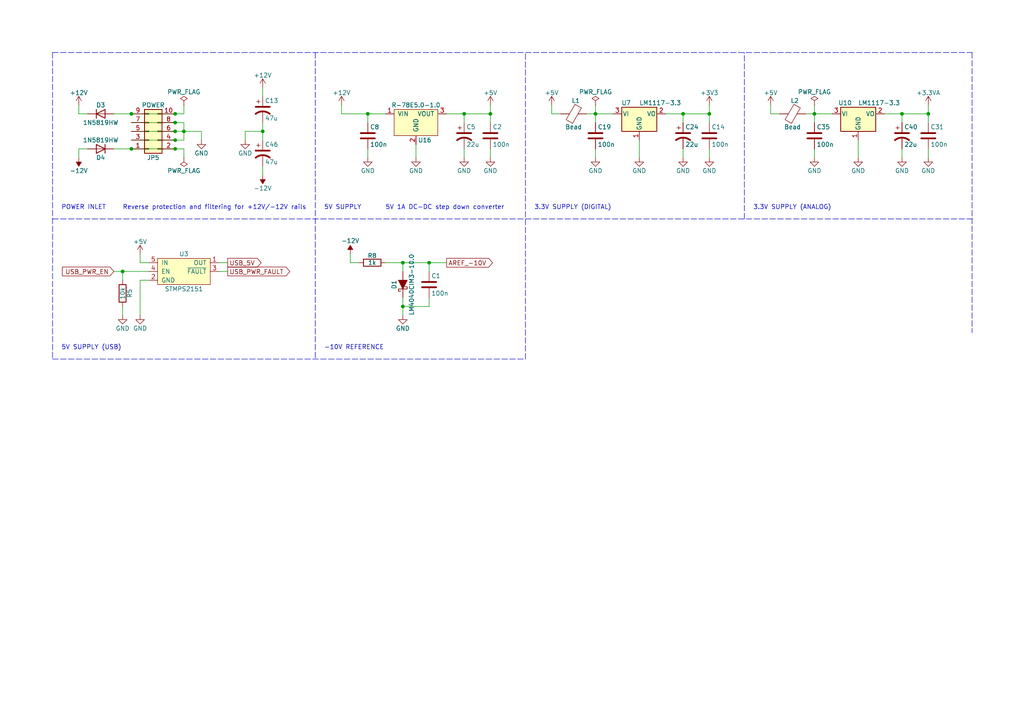
<source format=kicad_sch>
(kicad_sch (version 20211123) (generator eeschema)
  (paper "A4")
  (title_block (title "PER|FORMER eurorack sequencer") (date "2018-10-09") (rev "1.1") (company "westlicht") (comment 1 "cc-by-nc-sa"))
  (lib_symbols
    (symbol "Connector_Generic:Conn_02x05_Odd_Even" (pin_names (offset 1.016) hide)
      (property "Reference" "J" (at 1.27 7.62 0))
      (property "Value" "Conn_02x05_Odd_Even" (at 1.27 -7.62 0))
      (symbol "Conn_02x05_Odd_Even_1_1"
        (rectangle (start -1.27 -4.953) (end 0 -5.207) (stroke (width 0.1524)))
        (rectangle (start -1.27 -2.413) (end 0 -2.667) (stroke (width 0.1524)))
        (rectangle (start -1.27 0.127) (end 0 -0.127) (stroke (width 0.1524)))
        (rectangle (start -1.27 2.667) (end 0 2.413) (stroke (width 0.1524)))
        (rectangle (start -1.27 5.207) (end 0 4.953) (stroke (width 0.1524)))
        (rectangle (start -1.27 6.35) (end 3.81 -6.35) (stroke (width 0.254)) (fill (type background)))
        (rectangle (start 3.81 -4.953) (end 2.54 -5.207) (stroke (width 0.1524)))
        (rectangle (start 3.81 -2.413) (end 2.54 -2.667) (stroke (width 0.1524)))
        (rectangle (start 3.81 0.127) (end 2.54 -0.127) (stroke (width 0.1524)))
        (rectangle (start 3.81 2.667) (end 2.54 2.413) (stroke (width 0.1524)))
        (rectangle (start 3.81 5.207) (end 2.54 4.953) (stroke (width 0.1524)))
        (pin passive line (at -5.08 5.08 0) (length 3.81) (name "Pin_1") (number "1"))
        (pin passive line (at 7.62 -5.08 180) (length 3.81) (name "Pin_10") (number "10"))
        (pin passive line (at 7.62 5.08 180) (length 3.81) (name "Pin_2") (number "2"))
        (pin passive line (at -5.08 2.54 0) (length 3.81) (name "Pin_3") (number "3"))
        (pin passive line (at 7.62 2.54 180) (length 3.81) (name "Pin_4") (number "4"))
        (pin passive line (at -5.08 0 0) (length 3.81) (name "Pin_5") (number "5"))
        (pin passive line (at 7.62 0 180) (length 3.81) (name "Pin_6") (number "6"))
        (pin passive line (at -5.08 -2.54 0) (length 3.81) (name "Pin_7") (number "7"))
        (pin passive line (at 7.62 -2.54 180) (length 3.81) (name "Pin_8") (number "8"))
        (pin passive line (at -5.08 -5.08 0) (length 3.81) (name "Pin_9") (number "9"))
      )
    )
    (symbol "Device:C" (pin_numbers hide) (pin_names (offset 0.254))
      (property "Reference" "C" (at 0.635 2.54 0))
      (property "Value" "C" (at 0.635 -2.54 0))
      (symbol "C_0_1"
        (polyline (pts (xy -2.032 -0.762) (xy 2.032 -0.762)) (stroke (width 0.508)))
        (polyline (pts (xy -2.032 0.762) (xy 2.032 0.762)) (stroke (width 0.508)))
      )
      (symbol "C_1_1"
        (pin passive line (at 0 3.81 270) (length 2.794) (name "~") (number "1"))
        (pin passive line (at 0 -3.81 90) (length 2.794) (name "~") (number "2"))
      )
    )
    (symbol "Device:CP1" (pin_numbers hide) (pin_names (offset 0.254) hide)
      (property "Reference" "C" (at 0.635 2.54 0))
      (property "Value" "Device_CP1" (at 0.635 -2.54 0))
      (symbol "CP1_0_1"
        (polyline (pts (xy -2.032 0.762) (xy 2.032 0.762)) (stroke (width 0.508)))
        (polyline (pts (xy -1.778 2.286) (xy -0.762 2.286)))
        (polyline (pts (xy -1.27 1.778) (xy -1.27 2.794)))
        (arc (start 2.032 -1.27) (mid 0 -0.5572) (end -2.032 -1.27) (stroke (width 0.508)))
      )
      (symbol "CP1_1_1"
        (pin passive line (at 0 3.81 270) (length 2.794) (name "~") (number "1"))
        (pin passive line (at 0 -3.81 90) (length 3.302) (name "~") (number "2"))
      )
    )
    (symbol "Device:D" (pin_numbers hide) (pin_names (offset 1.016) hide)
      (property "Reference" "D" (at 0 2.54 0))
      (property "Value" "D" (at 0 -2.54 0))
      (symbol "D_0_1"
        (polyline (pts (xy -1.27 1.27) (xy -1.27 -1.27)) (stroke (width 0.254)))
        (polyline (pts (xy 1.27 0) (xy -1.27 0)))
        (polyline (pts (xy 1.27 1.27) (xy 1.27 -1.27) (xy -1.27 0) (xy 1.27 1.27)) (stroke (width 0.254)))
      )
      (symbol "D_1_1"
        (pin passive line (at -3.81 0 0) (length 2.54) (name "K") (number "1"))
        (pin passive line (at 3.81 0 180) (length 2.54) (name "A") (number "2"))
      )
    )
    (symbol "Device:D_Schottky_ALT" (pin_numbers hide) (pin_names (offset 1.016) hide)
      (property "Reference" "D" (at 0 2.54 0))
      (property "Value" "Device_D_Schottky_ALT" (at 0 -2.54 0))
      (symbol "D_Schottky_ALT_0_1"
        (polyline (pts (xy 1.27 0) (xy -1.27 0)))
        (polyline (pts (xy 1.27 1.27) (xy 1.27 -1.27) (xy -1.27 0) (xy 1.27 1.27)) (stroke (width 0.2032)) (fill (type outline)))
        (polyline (pts (xy -1.905 0.635) (xy -1.905 1.27) (xy -1.27 1.27) (xy -1.27 -1.27) (xy -0.635 -1.27) (xy -0.635 -0.635)) (stroke (width 0.2032)))
      )
      (symbol "D_Schottky_ALT_1_1"
        (pin passive line (at -3.81 0 0) (length 2.54) (name "K") (number "1"))
        (pin passive line (at 3.81 0 180) (length 2.54) (name "A") (number "2"))
      )
    )
    (symbol "Device:Ferrite_Bead" (pin_numbers hide) (pin_names (offset 0))
      (property "Reference" "FB" (at -3.81 0.635 90))
      (property "Value" "Device_Ferrite_Bead" (at 3.81 0 90))
      (symbol "Ferrite_Bead_0_1"
        (polyline (pts (xy 0 -1.27) (xy 0 -1.2192)))
        (polyline (pts (xy 0 1.27) (xy 0 1.2954)))
        (polyline (pts (xy -2.7686 0.4064) (xy -1.7018 2.2606) (xy 2.7686 -0.3048) (xy 1.6764 -2.159) (xy -2.7686 0.4064)))
      )
      (symbol "Ferrite_Bead_1_1"
        (pin passive line (at 0 3.81 270) (length 2.54) (name "~") (number "1"))
        (pin passive line (at 0 -3.81 90) (length 2.54) (name "~") (number "2"))
      )
    )
    (symbol "Device:R" (pin_numbers hide) (pin_names (offset 0))
      (property "Reference" "R" (at 2.032 0 90))
      (property "Value" "R" (at 0 0 90))
      (symbol "R_0_1"
        (rectangle (start -1.016 -2.54) (end 1.016 2.54) (stroke (width 0.254)))
      )
      (symbol "R_1_1"
        (pin passive line (at 0 3.81 270) (length 1.27) (name "~") (number "1"))
        (pin passive line (at 0 -3.81 90) (length 1.27) (name "~") (number "2"))
      )
    )
    (symbol "Regulator_Linear:LM1117-3.3" (pin_names (offset 0.254))
      (property "Reference" "U" (at -3.81 3.175 0))
      (property "Value" "LM1117-3.3" (at 0 3.175 0))
      (symbol "LM1117-3.3_0_1"
        (rectangle (start -5.08 -5.08) (end 5.08 1.905) (stroke (width 0.254)) (fill (type background)))
      )
      (symbol "LM1117-3.3_1_1"
        (pin power_in line (at 0 -7.62 90) (length 2.54) (name "GND") (number "1"))
        (pin power_out line (at 7.62 0 180) (length 2.54) (name "VO") (number "2"))
        (pin power_in line (at -7.62 0 0) (length 2.54) (name "VI") (number "3"))
      )
    )
    (symbol "power:+12V" (power) (pin_names (offset 0))
      (property "Value" "+12V" (at 0 3.556 0))
      (symbol "+12V_0_1"
        (polyline (pts (xy -0.762 1.27) (xy 0 2.54)))
        (polyline (pts (xy 0 0) (xy 0 2.54)))
        (polyline (pts (xy 0 2.54) (xy 0.762 1.27)))
      )
      (symbol "+12V_1_1"
        (pin power_in line (at 0 0 90) (length 0) hide (name "+12V") (number "1"))
      )
    )
    (symbol "power:+3.3VA" (power) (pin_names (offset 0))
      (property "Value" "+3.3VA" (at 0 3.556 0))
      (symbol "+3.3VA_0_1"
        (polyline (pts (xy -0.762 1.27) (xy 0 2.54)))
        (polyline (pts (xy 0 0) (xy 0 2.54)))
        (polyline (pts (xy 0 2.54) (xy 0.762 1.27)))
      )
      (symbol "+3.3VA_1_1"
        (pin power_in line (at 0 0 90) (length 0) hide (name "+3.3VA") (number "1"))
      )
    )
    (symbol "power:+3V3" (power) (pin_names (offset 0))
      (property "Value" "+3V3" (at 0 3.556 0))
      (symbol "+3V3_0_1"
        (polyline (pts (xy -0.762 1.27) (xy 0 2.54)))
        (polyline (pts (xy 0 0) (xy 0 2.54)))
        (polyline (pts (xy 0 2.54) (xy 0.762 1.27)))
      )
      (symbol "+3V3_1_1"
        (pin power_in line (at 0 0 90) (length 0) hide (name "+3V3") (number "1"))
      )
    )
    (symbol "power:+5V" (power) (pin_names (offset 0))
      (property "Value" "+5V" (at 0 3.556 0))
      (symbol "+5V_0_1"
        (polyline (pts (xy -0.762 1.27) (xy 0 2.54)))
        (polyline (pts (xy 0 0) (xy 0 2.54)))
        (polyline (pts (xy 0 2.54) (xy 0.762 1.27)))
      )
      (symbol "+5V_1_1"
        (pin power_in line (at 0 0 90) (length 0) hide (name "+5V") (number "1"))
      )
    )
    (symbol "power:-12V" (power) (pin_names (offset 0))
      (property "Value" "-12V" (at 0 3.81 0))
      (symbol "-12V_0_0"
        (pin power_in line (at 0 0 90) (length 0) hide (name "-12V") (number "1"))
      )
      (symbol "-12V_0_1"
        (polyline (pts (xy 0 0) (xy 0 1.27) (xy 0.762 1.27) (xy 0 2.54) (xy -0.762 1.27) (xy 0 1.27)) (fill (type outline)))
      )
    )
    (symbol "power:GND" (power) (pin_names (offset 0))
      (property "Value" "GND" (at 0 -3.81 0))
      (symbol "GND_0_1"
        (polyline (pts (xy 0 0) (xy 0 -1.27) (xy 1.27 -1.27) (xy 0 -2.54) (xy -1.27 -1.27) (xy 0 -1.27)))
      )
      (symbol "GND_1_1"
        (pin power_in line (at 0 0 270) (length 0) hide (name "GND") (number "1"))
      )
    )
    (symbol "power:PWR_FLAG" (power) (pin_numbers hide) (pin_names (offset 0) hide)
      (property "Value" "PWR_FLAG" (at 0 3.81 0))
      (symbol "PWR_FLAG_0_0"
        (pin power_out line (at 0 0 90) (length 0) (name "pwr") (number "1"))
      )
      (symbol "PWR_FLAG_0_1"
        (polyline (pts (xy 0 0) (xy 0 1.27) (xy -1.016 1.905) (xy 0 2.54) (xy 1.016 1.905) (xy 0 1.27)))
      )
    )
    (symbol "w_power:R-78E-1.0" (pin_names (offset 1.016))
      (property "Reference" "U" (at 2.54 -5.08 0))
      (property "Value" "w_power_R-78E-1.0" (at 0 5.08 0))
      (symbol "R-78E-1.0_0_1"
        (rectangle (start -6.35 -3.81) (end 6.35 3.81) (fill (type background)))
      )
      (symbol "R-78E-1.0_1_1"
        (pin power_in line (at -8.89 2.54 0) (length 2.54) (name "VIN") (number "1"))
        (pin power_in line (at 0 -6.35 90) (length 2.54) (name "GND") (number "2"))
        (pin power_out line (at 8.89 2.54 180) (length 2.54) (name "VOUT") (number "3"))
      )
    )
    (symbol "w_power:STMPS2141" (pin_names (offset 1.016))
      (property "Reference" "U" (at 0 5.08 0))
      (property "Value" "w_power_STMPS2141" (at 0 -5.08 0))
      (symbol "STMPS2141_0_1"
        (rectangle (start -7.62 -3.81) (end 7.62 3.81) (fill (type background)))
      )
      (symbol "STMPS2141_1_1"
        (pin power_out line (at 10.16 2.54 180) (length 2.54) (name "OUT") (number "1"))
        (pin power_in line (at -10.16 -2.54 0) (length 2.54) (name "GND") (number "2"))
        (pin output line (at 10.16 0 180) (length 2.54) (name "~{FAULT}") (number "3"))
        (pin input line (at -10.16 0 0) (length 2.54) (name "EN") (number "4"))
        (pin power_in line (at -10.16 2.54 0) (length 2.54) (name "IN") (number "5"))
      )
    )
  )
  (junction (at 116.84 76.2))
  (junction (at 38.1 33.02))
  (junction (at 261.62 33.02))
  (junction (at 205.74 33.02))
  (junction (at 116.84 88.9))
  (junction (at 269.24 33.02))
  (junction (at 106.68 33.02))
  (junction (at 50.8 33.02))
  (junction (at 76.2 38.1))
  (junction (at 236.22 33.02))
  (junction (at 198.12 33.02))
  (junction (at 50.8 40.64))
  (junction (at 50.8 35.56))
  (junction (at 35.56 78.74))
  (junction (at 142.24 33.02))
  (junction (at 53.34 38.1))
  (junction (at 124.46 76.2))
  (junction (at 50.8 38.1))
  (junction (at 50.8 43.18))
  (junction (at 134.62 33.02))
  (junction (at 172.72 33.02))
  (junction (at 38.1 43.18))
  (wire (pts (xy 40.64 91.44) (xy 40.64 81.28)))
  (wire (pts (xy 76.2 25.4) (xy 76.2 27.94)))
  (wire (pts (xy 22.86 33.02) (xy 22.86 30.48)))
  (wire (pts (xy 160.02 33.02) (xy 162.56 33.02)))
  (wire (pts (xy 160.02 30.48) (xy 160.02 33.02)))
  (wire (pts (xy 38.1 38.1) (xy 50.8 38.1)))
  (wire (pts (xy 71.12 38.1) (xy 76.2 38.1)))
  (wire (pts (xy 236.22 33.02) (xy 236.22 35.56)))
  (polyline (pts (xy 15.24 15.24) (xy 281.94 15.24)))
  (wire (pts (xy 170.18 33.02) (xy 172.72 33.02)))
  (wire (pts (xy 53.34 38.1) (xy 53.34 40.64)))
  (wire (pts (xy 53.34 40.64) (xy 50.8 40.64)))
  (wire (pts (xy 269.24 33.02) (xy 269.24 35.56)))
  (wire (pts (xy 198.12 33.02) (xy 205.74 33.02)))
  (wire (pts (xy 142.24 30.48) (xy 142.24 33.02)))
  (wire (pts (xy 172.72 33.02) (xy 172.72 35.56)))
  (polyline (pts (xy 215.9 63.5) (xy 215.9 15.24)))
  (wire (pts (xy 76.2 35.56) (xy 76.2 38.1)))
  (wire (pts (xy 50.8 35.56) (xy 53.34 35.56)))
  (wire (pts (xy 269.24 30.48) (xy 269.24 33.02)))
  (wire (pts (xy 25.4 43.18) (xy 22.86 43.18)))
  (wire (pts (xy 236.22 30.48) (xy 236.22 33.02)))
  (wire (pts (xy 124.46 76.2) (xy 124.46 78.74)))
  (wire (pts (xy 101.6 73.66) (xy 101.6 76.2)))
  (polyline (pts (xy 281.94 15.24) (xy 281.94 96.52)))
  (wire (pts (xy 43.18 76.2) (xy 40.64 76.2)))
  (wire (pts (xy 172.72 43.18) (xy 172.72 45.72)))
  (wire (pts (xy 33.02 43.18) (xy 38.1 43.18)))
  (polyline (pts (xy 15.24 104.14) (xy 152.4 104.14)))
  (polyline (pts (xy 15.24 63.5) (xy 281.94 63.5)))
  (wire (pts (xy 33.02 33.02) (xy 38.1 33.02)))
  (wire (pts (xy 256.54 33.02) (xy 261.62 33.02)))
  (wire (pts (xy 124.46 76.2) (xy 129.54 76.2)))
  (wire (pts (xy 76.2 38.1) (xy 76.2 40.64)))
  (wire (pts (xy 124.46 86.36) (xy 124.46 88.9)))
  (wire (pts (xy 134.62 33.02) (xy 134.62 35.56)))
  (wire (pts (xy 53.34 38.1) (xy 58.42 38.1)))
  (wire (pts (xy 193.04 33.02) (xy 198.12 33.02)))
  (wire (pts (xy 116.84 88.9) (xy 116.84 91.44)))
  (wire (pts (xy 50.8 43.18) (xy 53.34 43.18)))
  (wire (pts (xy 120.65 41.91) (xy 120.65 45.72)))
  (wire (pts (xy 236.22 43.18) (xy 236.22 45.72)))
  (wire (pts (xy 106.68 33.02) (xy 106.68 35.56)))
  (wire (pts (xy 53.34 33.02) (xy 53.34 30.48)))
  (wire (pts (xy 198.12 33.02) (xy 198.12 35.56)))
  (wire (pts (xy 129.54 33.02) (xy 134.62 33.02)))
  (wire (pts (xy 185.42 40.64) (xy 185.42 45.72)))
  (wire (pts (xy 71.12 40.64) (xy 71.12 38.1)))
  (wire (pts (xy 116.84 76.2) (xy 124.46 76.2)))
  (wire (pts (xy 38.1 43.18) (xy 50.8 43.18)))
  (wire (pts (xy 99.06 33.02) (xy 106.68 33.02)))
  (wire (pts (xy 50.8 38.1) (xy 53.34 38.1)))
  (wire (pts (xy 248.92 40.64) (xy 248.92 45.72)))
  (wire (pts (xy 101.6 76.2) (xy 104.14 76.2)))
  (wire (pts (xy 35.56 78.74) (xy 35.56 81.28)))
  (wire (pts (xy 53.34 43.18) (xy 53.34 45.72)))
  (wire (pts (xy 198.12 43.18) (xy 198.12 45.72)))
  (wire (pts (xy 63.5 78.74) (xy 66.04 78.74)))
  (wire (pts (xy 205.74 33.02) (xy 205.74 35.56)))
  (wire (pts (xy 40.64 76.2) (xy 40.64 73.66)))
  (wire (pts (xy 205.74 43.18) (xy 205.74 45.72)))
  (wire (pts (xy 40.64 81.28) (xy 43.18 81.28)))
  (wire (pts (xy 233.68 33.02) (xy 236.22 33.02)))
  (wire (pts (xy 99.06 30.48) (xy 99.06 33.02)))
  (wire (pts (xy 142.24 43.18) (xy 142.24 45.72)))
  (polyline (pts (xy 15.24 15.24) (xy 15.24 104.14)))
  (wire (pts (xy 22.86 43.18) (xy 22.86 45.72)))
  (wire (pts (xy 261.62 33.02) (xy 261.62 35.56)))
  (wire (pts (xy 116.84 76.2) (xy 116.84 78.74)))
  (wire (pts (xy 76.2 48.26) (xy 76.2 50.8)))
  (wire (pts (xy 38.1 33.02) (xy 50.8 33.02)))
  (wire (pts (xy 35.56 88.9) (xy 35.56 91.44)))
  (wire (pts (xy 111.76 76.2) (xy 116.84 76.2)))
  (wire (pts (xy 106.68 33.02) (xy 111.76 33.02)))
  (wire (pts (xy 58.42 38.1) (xy 58.42 40.64)))
  (polyline (pts (xy 91.44 15.24) (xy 91.44 104.14)))
  (wire (pts (xy 236.22 33.02) (xy 241.3 33.02)))
  (wire (pts (xy 223.52 33.02) (xy 226.06 33.02)))
  (wire (pts (xy 205.74 30.48) (xy 205.74 33.02)))
  (wire (pts (xy 261.62 33.02) (xy 269.24 33.02)))
  (wire (pts (xy 124.46 88.9) (xy 116.84 88.9)))
  (wire (pts (xy 50.8 40.64) (xy 38.1 40.64)))
  (wire (pts (xy 38.1 35.56) (xy 50.8 35.56)))
  (polyline (pts (xy 152.4 104.14) (xy 152.4 15.24)))
  (wire (pts (xy 25.4 33.02) (xy 22.86 33.02)))
  (wire (pts (xy 33.02 78.74) (xy 35.56 78.74)))
  (wire (pts (xy 53.34 35.56) (xy 53.34 38.1)))
  (wire (pts (xy 106.68 43.18) (xy 106.68 45.72)))
  (wire (pts (xy 116.84 86.36) (xy 116.84 88.9)))
  (wire (pts (xy 134.62 33.02) (xy 142.24 33.02)))
  (wire (pts (xy 172.72 33.02) (xy 177.8 33.02)))
  (wire (pts (xy 142.24 33.02) (xy 142.24 35.56)))
  (wire (pts (xy 63.5 76.2) (xy 66.04 76.2)))
  (wire (pts (xy 134.62 43.18) (xy 134.62 45.72)))
  (wire (pts (xy 223.52 30.48) (xy 223.52 33.02)))
  (wire (pts (xy 261.62 43.18) (xy 261.62 45.72)))
  (wire (pts (xy 50.8 33.02) (xy 53.34 33.02)))
  (wire (pts (xy 35.56 78.74) (xy 43.18 78.74)))
  (wire (pts (xy 269.24 43.18) (xy 269.24 45.72)))
  (wire (pts (xy 172.72 30.48) (xy 172.72 33.02)))
  (text "5V SUPPLY (USB)" (at 17.78 101.6 0) (effects (font (size 1.2954 1.2954)) (justify left bottom)))
  (text "5V SUPPLY" (at 93.98 60.96 0) (effects (font (size 1.2954 1.2954)) (justify left bottom)))
  (text "POWER INLET" (at 17.78 60.96 0) (effects (font (size 1.2954 1.2954)) (justify left bottom)))
  (text "3.3V SUPPLY (ANALOG)" (at 218.44 60.96 0) (effects (font (size 1.2954 1.2954)) (justify left bottom)))
  (text "-10V REFERENCE" (at 93.98 101.6 0) (effects (font (size 1.2954 1.2954)) (justify left bottom)))
  (text "5V 1A DC-DC step down converter" (at 111.76 60.96 0) (effects (font (size 1.2954 1.2954)) (justify left bottom)))
  (text "Reverse protection and filtering for +12V/-12V rails" (at 35.56 60.96 0) (effects (font (size 1.2954 1.2954)) (justify left bottom)))
  (text "3.3V SUPPLY (DIGITAL)" (at 154.94 60.96 0) (effects (font (size 1.2954 1.2954)) (justify left bottom)))
  (global_label "AREF_-10V" (shape output) (at 129.54 76.2 0) (effects (font (size 1.2954 1.2954))) (property "Intersheet References" "${INTERSHEET_REFS}" (effects hide)))
  (global_label "USB_PWR_FAULT" (shape output) (at 66.04 78.74 0) (effects (font (size 1.2954 1.2954))) (property "Intersheet References" "${INTERSHEET_REFS}" (effects hide)))
  (global_label "USB_5V" (shape output) (at 66.04 76.2 0) (effects (font (size 1.2954 1.2954))) (property "Intersheet References" "${INTERSHEET_REFS}" (effects hide)))
  (global_label "USB_PWR_EN" (shape input) (at 33.02 78.74 180) (effects (font (size 1.2954 1.2954))) (property "Intersheet References" "${INTERSHEET_REFS}" (effects hide)))
  (symbol (lib_id "power:+12V") (at 22.86 30.48 0) (unit 1)
    (property "Reference" "#PWR025" (effects hide))
    (property "Value" "+12V" (at 22.86 26.924 0))
  )
  (symbol (lib_id "power:-12V") (at 22.86 45.72 180) (unit 1)
    (property "Reference" "#PWR035" (effects hide))
    (property "Value" "-12V" (at 22.86 49.53 0))
  )
  (symbol (lib_id "Connector_Generic:Conn_02x05_Odd_Even") (at 43.18 38.1 0) (mirror x) (unit 1)
    (property "Reference" "JP5" (at 44.45 45.72 0))
    (property "Value" "POWER" (at 44.45 30.48 0))
    (property "Footprint" "Connector_PinHeader_2.54mm:PinHeader_2x05_P2.54mm_Vertical" (effects hide))
    (property "Datasheet" "http://datasheet.octopart.com/67996-410HLF-Areva-datasheet-10288749.pdf" (effects hide))
    (property "MFN" "FCI" (effects hide))
    (property "MFP" "67996-410HLF" (effects hide))
  )
  (symbol (lib_id "Device:D") (at 29.21 33.02 0) (unit 1)
    (property "Reference" "D3" (at 29.21 30.48 0))
    (property "Value" "1N5819HW" (at 29.21 35.56 0))
    (property "Footprint" "w_diode:D_SOD-123" (effects hide))
    (property "Datasheet" "http://datasheet.octopart.com/1N5819HW-7-F-Diodes-Inc.-datasheet-34441420.pdf" (effects hide))
    (property "MFN" "Diodes Inc." (effects hide))
    (property "MFP" "1N5819HW-7-F" (effects hide))
    (property "Package" "SOD-123" (effects hide))
  )
  (symbol (lib_id "Device:D") (at 29.21 43.18 180) (unit 1)
    (property "Reference" "D4" (at 29.21 45.72 0))
    (property "Value" "1N5819HW" (at 29.21 40.64 0))
    (property "Footprint" "w_diode:D_SOD-123" (effects hide))
    (property "Datasheet" "http://datasheet.octopart.com/1N5819HW-7-F-Diodes-Inc.-datasheet-34441420.pdf" (effects hide))
    (property "MFN" "Diodes Inc." (effects hide))
    (property "MFP" "1N5819HW-7-F" (effects hide))
    (property "Package" "SOD-123" (effects hide))
  )
  (symbol (lib_id "power:GND") (at 58.42 40.64 0) (unit 1)
    (property "Reference" "#PWR026" (effects hide))
    (property "Value" "GND" (at 58.42 44.45 0))
  )
  (symbol (lib_id "Device:CP1") (at 76.2 31.75 0) (unit 1)
    (property "Reference" "C13" (at 76.835 29.21 0) (effects (justify left)))
    (property "Value" "47u" (at 76.835 34.29 0) (effects (justify left)))
    (property "Footprint" "Capacitor_SMD:CP_Elec_6.3x5.7" (effects hide))
    (property "Datasheet" "http://datasheet.octopart.com/EEE-FK1V470P-Panasonic-datasheet-13266987.pdf" (effects hide))
    (property "MFN" "Panasonic" (effects hide))
    (property "MFP" "EEE-FK1V470P" (effects hide))
    (property "Package" "Panasonic D" (effects hide))
  )
  (symbol (lib_id "power:-12V") (at 76.2 50.8 180) (unit 1)
    (property "Reference" "#PWR048" (effects hide))
    (property "Value" "-12V" (at 76.2 54.61 0))
  )
  (symbol (lib_id "power:+12V") (at 76.2 25.4 0) (unit 1)
    (property "Reference" "#PWR027" (effects hide))
    (property "Value" "+12V" (at 76.2 21.844 0))
  )
  (symbol (lib_id "power:GND") (at 71.12 40.64 0) (unit 1)
    (property "Reference" "#PWR028" (effects hide))
    (property "Value" "GND" (at 71.12 44.45 0))
  )
  (symbol (lib_id "Regulator_Linear:LM1117-3.3") (at 185.42 33.02 0) (unit 1)
    (property "Reference" "U7" (at 181.61 29.845 0))
    (property "Value" "LM1117-3.3" (at 185.42 29.845 0) (effects (justify left)))
    (property "Footprint" "Package_TO_SOT_SMD:SOT-223-3_TabPin2" (effects hide))
    (property "Datasheet" "https://octopart.com/click/track?ct=datasheets&hlid=24885394&ppid=24812450&sid=370&sig=0f3ff9a" (effects hide))
    (property "MFN" "Texas Instruments" (effects hide))
    (property "MFP" "LM1117MP-3.3/NOPB" (effects hide))
    (property "Package" "SOT-223" (effects hide))
  )
  (symbol (lib_id "Device:Ferrite_Bead") (at 166.37 33.02 270) (unit 1)
    (property "Reference" "L1" (at 167.005 29.21 90))
    (property "Value" "Bead" (at 166.37 36.83 90))
    (property "Footprint" "w_resistor:R_0603" (effects hide))
    (property "Datasheet" "http://datasheet.octopart.com/MI0603K300R-10-Steward-datasheet-14357321.pdf" (effects hide))
    (property "MFN" "Laird" (effects hide))
    (property "MFP" "MI0603K300R-10" (effects hide))
    (property "Package" "0603" (effects hide))
  )
  (symbol (lib_id "Device:CP1") (at 198.12 39.37 0) (unit 1)
    (property "Reference" "C24" (at 198.755 36.83 0) (effects (justify left)))
    (property "Value" "22u" (at 198.755 41.91 0) (effects (justify left)))
    (property "Footprint" "Capacitor_SMD:CP_Elec_5x5.8" (effects hide))
    (property "Datasheet" "http://datasheet.octopart.com/EEE-FP1E220AR-Panasonic-datasheet-13268972.pdf" (effects hide))
    (property "MFN" "Panasonic" (effects hide))
    (property "MFP" "EEE-FP1E220AR" (effects hide))
    (property "Package" "Panasonic C" (effects hide))
  )
  (symbol (lib_id "Device:C") (at 205.74 39.37 0) (unit 1)
    (property "Reference" "C14" (at 206.375 36.83 0) (effects (justify left)))
    (property "Value" "100n" (at 206.375 41.91 0) (effects (justify left)))
    (property "Footprint" "w_capacitor:C_0603" (effects hide))
    (property "Datasheet" "http://datasheet.octopart.com/GRM188R71E104JA01J-Murata-datasheet-66077098.pdf" (effects hide))
    (property "MFN" "Murata" (effects hide))
    (property "MFP" "GRM188R71E104JA01J" (effects hide))
    (property "Package" "0603" (effects hide))
  )
  (symbol (lib_id "power:GND") (at 172.72 45.72 0) (unit 1)
    (property "Reference" "#PWR029" (effects hide))
    (property "Value" "GND" (at 172.72 49.53 0))
  )
  (symbol (lib_id "power:GND") (at 198.12 45.72 0) (unit 1)
    (property "Reference" "#PWR030" (effects hide))
    (property "Value" "GND" (at 198.12 49.53 0))
  )
  (symbol (lib_id "power:GND") (at 205.74 45.72 0) (unit 1)
    (property "Reference" "#PWR031" (effects hide))
    (property "Value" "GND" (at 205.74 49.53 0))
  )
  (symbol (lib_id "power:+3V3") (at 205.74 30.48 0) (unit 1)
    (property "Reference" "#PWR032" (effects hide))
    (property "Value" "+3V3" (at 205.74 26.924 0))
  )
  (symbol (lib_id "power:GND") (at 185.42 45.72 0) (unit 1)
    (property "Reference" "#PWR033" (effects hide))
    (property "Value" "GND" (at 185.42 49.53 0))
  )
  (symbol (lib_id "Regulator_Linear:LM1117-3.3") (at 248.92 33.02 0) (unit 1)
    (property "Reference" "U10" (at 245.11 29.845 0))
    (property "Value" "LM1117-3.3" (at 248.92 29.845 0) (effects (justify left)))
    (property "Footprint" "Package_TO_SOT_SMD:SOT-223-3_TabPin2" (effects hide))
    (property "Datasheet" "https://octopart.com/click/track?ct=datasheets&hlid=24885394&ppid=24812450&sid=370&sig=0f3ff9a" (effects hide))
    (property "MFN" "Texas Instruments" (effects hide))
    (property "MFP" "LM1117MP-3.3/NOPB" (effects hide))
    (property "Package" "SOT-223" (effects hide))
  )
  (symbol (lib_id "Device:C") (at 269.24 39.37 0) (unit 1)
    (property "Reference" "C31" (at 269.875 36.83 0) (effects (justify left)))
    (property "Value" "100n" (at 269.875 41.91 0) (effects (justify left)))
    (property "Footprint" "w_capacitor:C_0603" (effects hide))
    (property "Datasheet" "http://datasheet.octopart.com/GRM188R71E104JA01J-Murata-datasheet-66077098.pdf" (effects hide))
    (property "MFN" "Murata" (effects hide))
    (property "MFP" "GRM188R71E104JA01J" (effects hide))
    (property "Package" "0603" (effects hide))
  )
  (symbol (lib_id "power:GND") (at 236.22 45.72 0) (unit 1)
    (property "Reference" "#PWR034" (effects hide))
    (property "Value" "GND" (at 236.22 49.53 0))
  )
  (symbol (lib_id "power:GND") (at 261.62 45.72 0) (unit 1)
    (property "Reference" "#PWR0116" (effects hide))
    (property "Value" "GND" (at 261.62 49.53 0))
  )
  (symbol (lib_id "power:GND") (at 269.24 45.72 0) (unit 1)
    (property "Reference" "#PWR036" (effects hide))
    (property "Value" "GND" (at 269.24 49.53 0))
  )
  (symbol (lib_id "power:GND") (at 248.92 45.72 0) (unit 1)
    (property "Reference" "#PWR037" (effects hide))
    (property "Value" "GND" (at 248.92 49.53 0))
  )
  (symbol (lib_id "power:+12V") (at 99.06 30.48 0) (unit 1)
    (property "Reference" "#PWR038" (effects hide))
    (property "Value" "+12V" (at 99.06 26.924 0))
  )
  (symbol (lib_id "power:+3.3VA") (at 269.24 30.48 0) (unit 1)
    (property "Reference" "#PWR039" (effects hide))
    (property "Value" "+3.3VA" (at 269.24 26.924 0))
  )
  (symbol (lib_id "Device:C") (at 142.24 39.37 0) (unit 1)
    (property "Reference" "C2" (at 142.875 36.83 0) (effects (justify left)))
    (property "Value" "100n" (at 142.875 41.91 0) (effects (justify left)))
    (property "Footprint" "w_capacitor:C_0603" (effects hide))
    (property "Datasheet" "http://datasheet.octopart.com/GRM188R71E104JA01J-Murata-datasheet-66077098.pdf" (effects hide))
    (property "MFN" "Murata" (effects hide))
    (property "MFP" "GRM188R71E104JA01J" (effects hide))
    (property "Package" "0603" (effects hide))
  )
  (symbol (lib_id "power:GND") (at 106.68 45.72 0) (unit 1)
    (property "Reference" "#PWR040" (effects hide))
    (property "Value" "GND" (at 106.68 49.53 0))
  )
  (symbol (lib_id "power:GND") (at 134.62 45.72 0) (unit 1)
    (property "Reference" "#PWR041" (effects hide))
    (property "Value" "GND" (at 134.62 49.53 0))
  )
  (symbol (lib_id "power:GND") (at 142.24 45.72 0) (unit 1)
    (property "Reference" "#PWR042" (effects hide))
    (property "Value" "GND" (at 142.24 49.53 0))
  )
  (symbol (lib_id "power:GND") (at 120.65 45.72 0) (unit 1)
    (property "Reference" "#PWR043" (effects hide))
    (property "Value" "GND" (at 120.65 49.53 0))
  )
  (symbol (lib_id "power:+5V") (at 142.24 30.48 0) (unit 1)
    (property "Reference" "#PWR044" (effects hide))
    (property "Value" "+5V" (at 142.24 26.924 0))
  )
  (symbol (lib_id "Device:D_Schottky_ALT") (at 116.84 82.55 90) (unit 1)
    (property "Reference" "D1" (at 114.3 82.55 0))
    (property "Value" "LM4040CIM3-10.0" (at 119.38 82.55 0))
    (property "Footprint" "Package_TO_SOT_SMD:SOT-23" (effects hide))
    (property "Datasheet" "http://www.ti.com/product/lm4040-n/technicaldocuments?HQS=TI-null-null-octopart-df-pf-null-wwe" (effects hide))
    (property "MFN" "Texas Instruments" (effects hide))
    (property "MFP" "LM4040CIM3-10.0/NOPB" (effects hide))
    (property "Package" "SOT-23" (effects hide))
  )
  (symbol (lib_id "power:-12V") (at 101.6 73.66 0) (unit 1)
    (property "Reference" "#PWR050" (effects hide))
    (property "Value" "-12V" (at 101.6 69.85 0))
  )
  (symbol (lib_id "Device:R") (at 107.95 76.2 90) (unit 1)
    (property "Reference" "R8" (at 107.95 74.168 90))
    (property "Value" "1k" (at 107.95 76.2 90))
    (property "Footprint" "w_resistor:R_0603" (effects hide))
    (property "Datasheet" "http://datasheet.octopart.com/ERJ-3EKF1001V-Panasonic-datasheet-82288794.pdf" (effects hide))
    (property "MFN" "Panasonic" (effects hide))
    (property "MFP" "ERJ-3EKF1001V" (effects hide))
    (property "Package" "0603" (effects hide))
  )
  (symbol (lib_id "Device:C") (at 124.46 82.55 0) (unit 1)
    (property "Reference" "C1" (at 125.095 80.01 0) (effects (justify left)))
    (property "Value" "100n" (at 125.095 85.09 0) (effects (justify left)))
    (property "Footprint" "w_capacitor:C_0603" (effects hide))
    (property "Datasheet" "http://datasheet.octopart.com/GRM188R71E104JA01J-Murata-datasheet-66077098.pdf" (effects hide))
    (property "MFN" "Murata" (effects hide))
    (property "MFP" "GRM188R71E104JA01J" (effects hide))
    (property "Package" "0603" (effects hide))
  )
  (symbol (lib_id "power:GND") (at 116.84 91.44 0) (unit 1)
    (property "Reference" "#PWR045" (effects hide))
    (property "Value" "GND" (at 116.84 95.25 0))
  )
  (symbol (lib_id "w_power:STMPS2141") (at 53.34 78.74 0) (unit 1)
    (property "Reference" "U3" (at 53.34 73.66 0))
    (property "Value" "STMPS2151" (at 53.34 83.82 0))
    (property "Footprint" "Package_TO_SOT_SMD:SOT-23-5" (effects hide))
    (property "Datasheet" "http://datasheet.octopart.com/STMPS2151STR-STMicroelectronics-datasheet-15207125.pdf" (effects hide))
    (property "MFN" "STMicroelectronics" (effects hide))
    (property "MFP" "STMPS2151STR" (effects hide))
    (property "Package" "SOT-23-5" (effects hide))
  )
  (symbol (lib_id "power:+5V") (at 40.64 73.66 0) (unit 1)
    (property "Reference" "#PWR046" (effects hide))
    (property "Value" "+5V" (at 40.64 70.104 0))
  )
  (symbol (lib_id "power:GND") (at 40.64 91.44 0) (unit 1)
    (property "Reference" "#PWR047" (effects hide))
    (property "Value" "GND" (at 40.64 95.25 0))
  )
  (symbol (lib_id "Device:R") (at 35.56 85.09 0) (unit 1)
    (property "Reference" "R5" (at 37.592 85.09 90))
    (property "Value" "10k" (at 35.56 85.09 90))
    (property "Footprint" "w_resistor:R_0603" (effects hide))
    (property "Datasheet" "http://datasheet.octopart.com/ERJ-3EKF1002V-Panasonic-datasheet-13266541.pdf" (effects hide))
    (property "MFN" "Panasonic" (effects hide))
    (property "MFP" "ERJ-3EKF1002V" (effects hide))
    (property "Package" "0603" (effects hide))
  )
  (symbol (lib_id "power:GND") (at 35.56 91.44 0) (unit 1)
    (property "Reference" "#PWR0118" (effects hide))
    (property "Value" "GND" (at 35.56 95.25 0))
  )
  (symbol (lib_id "Device:CP1") (at 76.2 44.45 0) (unit 1)
    (property "Reference" "C46" (at 76.835 41.91 0) (effects (justify left)))
    (property "Value" "47u" (at 76.835 46.99 0) (effects (justify left)))
    (property "Footprint" "Capacitor_SMD:CP_Elec_6.3x5.7" (effects hide))
    (property "Datasheet" "http://datasheet.octopart.com/EEE-FK1V470P-Panasonic-datasheet-13266987.pdf" (effects hide))
    (property "MFN" "Panasonic" (effects hide))
    (property "MFP" "EEE-FK1V470P" (effects hide))
    (property "Package" "Panasonic D" (effects hide))
  )
  (symbol (lib_id "Device:CP1") (at 261.62 39.37 0) (unit 1)
    (property "Reference" "C40" (at 262.255 36.83 0) (effects (justify left)))
    (property "Value" "22u" (at 262.255 41.91 0) (effects (justify left)))
    (property "Footprint" "Capacitor_SMD:CP_Elec_5x5.8" (effects hide))
    (property "Datasheet" "http://datasheet.octopart.com/EEE-FP1E220AR-Panasonic-datasheet-13268972.pdf" (effects hide))
    (property "MFN" "Panasonic" (effects hide))
    (property "MFP" "EEE-FP1E220AR" (effects hide))
    (property "Package" "Panasonic C" (effects hide))
  )
  (symbol (lib_id "Device:CP1") (at 134.62 39.37 0) (unit 1)
    (property "Reference" "C5" (at 135.255 36.83 0) (effects (justify left)))
    (property "Value" "22u" (at 135.255 41.91 0) (effects (justify left)))
    (property "Footprint" "Capacitor_SMD:CP_Elec_5x5.8" (effects hide))
    (property "Datasheet" "http://datasheet.octopart.com/EEE-FP1E220AR-Panasonic-datasheet-13268972.pdf" (effects hide))
    (property "MFN" "Panasonic" (effects hide))
    (property "MFP" "EEE-FP1E220AR" (effects hide))
    (property "Package" "Panasonic C" (effects hide))
  )
  (symbol (lib_id "Device:Ferrite_Bead") (at 229.87 33.02 270) (unit 1)
    (property "Reference" "L2" (at 230.505 29.21 90))
    (property "Value" "Bead" (at 229.87 36.83 90))
    (property "Footprint" "w_resistor:R_0603" (effects hide))
    (property "Datasheet" "http://datasheet.octopart.com/MI0603K300R-10-Steward-datasheet-14357321.pdf" (effects hide))
    (property "MFN" "Laird" (effects hide))
    (property "MFP" "MI0603K300R-10" (effects hide))
    (property "Package" "0603" (effects hide))
  )
  (symbol (lib_id "Device:C") (at 172.72 39.37 0) (unit 1)
    (property "Reference" "C19" (at 173.355 36.83 0) (effects (justify left)))
    (property "Value" "100n" (at 173.355 41.91 0) (effects (justify left)))
    (property "Footprint" "w_capacitor:C_0603" (effects hide))
    (property "Datasheet" "http://datasheet.octopart.com/GRM188R71E104JA01J-Murata-datasheet-66077098.pdf" (effects hide))
    (property "MFN" "Murata" (effects hide))
    (property "MFP" "GRM188R71E104JA01J" (effects hide))
    (property "Package" "0603" (effects hide))
  )
  (symbol (lib_id "Device:C") (at 236.22 39.37 0) (unit 1)
    (property "Reference" "C35" (at 236.855 36.83 0) (effects (justify left)))
    (property "Value" "100n" (at 236.855 41.91 0) (effects (justify left)))
    (property "Footprint" "w_capacitor:C_0603" (effects hide))
    (property "Datasheet" "http://datasheet.octopart.com/GRM188R71E104JA01J-Murata-datasheet-66077098.pdf" (effects hide))
    (property "MFN" "Murata" (effects hide))
    (property "MFP" "GRM188R71E104JA01J" (effects hide))
    (property "Package" "0603" (effects hide))
  )
  (symbol (lib_id "Device:C") (at 106.68 39.37 0) (unit 1)
    (property "Reference" "C8" (at 107.315 36.83 0) (effects (justify left)))
    (property "Value" "100n" (at 107.315 41.91 0) (effects (justify left)))
    (property "Footprint" "w_capacitor:C_0603" (effects hide))
    (property "Datasheet" "http://datasheet.octopart.com/GRM188R71E104JA01J-Murata-datasheet-66077098.pdf" (effects hide))
    (property "MFN" "Murata" (effects hide))
    (property "MFP" "GRM188R71E104JA01J" (effects hide))
    (property "Package" "0603" (effects hide))
  )
  (symbol (lib_id "power:PWR_FLAG") (at 172.72 30.48 0) (unit 1)
    (property "Reference" "#FLG049" (effects hide))
    (property "Value" "PWR_FLAG" (at 172.72 26.67 0))
  )
  (symbol (lib_id "power:PWR_FLAG") (at 236.22 30.48 0) (unit 1)
    (property "Reference" "#FLG050" (effects hide))
    (property "Value" "PWR_FLAG" (at 236.22 26.67 0))
  )
  (symbol (lib_id "w_power:R-78E-1.0") (at 120.65 35.56 0) (unit 1)
    (property "Reference" "U16" (at 123.19 40.64 0))
    (property "Value" "R-78E5.0-1.0" (at 120.65 30.48 0))
    (property "Footprint" "w_power:R-78E-1.0" (effects hide))
    (property "Datasheet" "http://datasheet.octopart.com/R-78E5.0-1.0-Recom-Power-datasheet-68298118.pdf" (effects hide))
    (property "MFN" "Recom Power" (effects hide))
    (property "MFP" "R-78E5.0-1.0" (effects hide))
  )
  (symbol (lib_id "power:+5V") (at 160.02 30.48 0) (unit 1)
    (property "Reference" "#PWR051" (effects hide))
    (property "Value" "+5V" (at 160.02 26.924 0))
  )
  (symbol (lib_id "power:PWR_FLAG") (at 53.34 30.48 0) (unit 1)
    (property "Reference" "#FLG052" (effects hide))
    (property "Value" "PWR_FLAG" (at 53.34 26.67 0))
  )
  (symbol (lib_id "power:PWR_FLAG") (at 53.34 45.72 180) (unit 1)
    (property "Reference" "#FLG053" (effects hide))
    (property "Value" "PWR_FLAG" (at 53.34 49.53 0))
  )
  (symbol (lib_id "power:+5V") (at 223.52 30.48 0) (unit 1)
    (property "Reference" "#PWR054" (effects hide))
    (property "Value" "+5V" (at 223.52 26.924 0))
  )
)
</source>
